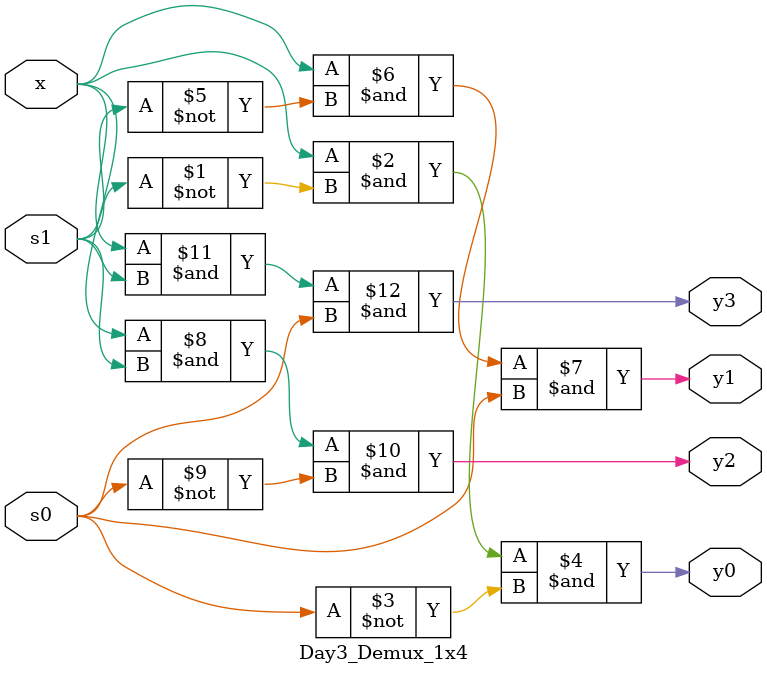
<source format=v>
`timescale 1ns / 1ps

module Day3_Demux_1x4(
    input x,
    input s1,
    input s0,
    output y0,
    output y1,
    output y2,
    output y3
    );
    
    assign y0 = x & (~s1)& (~s0);
    assign y1 = x & (~s1)& (s0);
    assign y2 = x & (s1)& (~s0);
    assign y3 = x & (s1)& (s0);
    
endmodule

</source>
